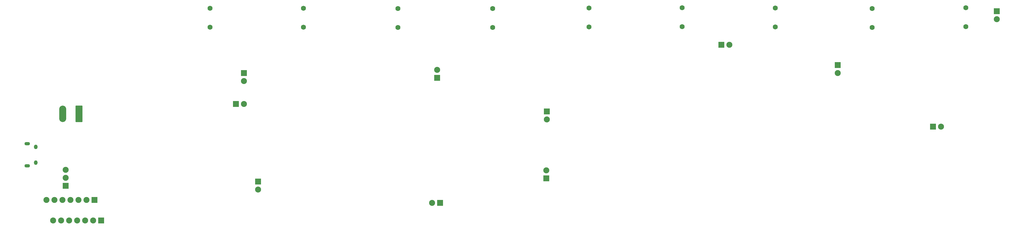
<source format=gbs>
G04 #@! TF.GenerationSoftware,KiCad,Pcbnew,(6.0.10)*
G04 #@! TF.CreationDate,2024-12-22T14:36:51+01:00*
G04 #@! TF.ProjectId,3_12_2024_MainBoardMCUwInstruments,335f3132-5f32-4303-9234-5f4d61696e42,rev?*
G04 #@! TF.SameCoordinates,Original*
G04 #@! TF.FileFunction,Soldermask,Bot*
G04 #@! TF.FilePolarity,Negative*
%FSLAX46Y46*%
G04 Gerber Fmt 4.6, Leading zero omitted, Abs format (unit mm)*
G04 Created by KiCad (PCBNEW (6.0.10)) date 2024-12-22 14:36:51*
%MOMM*%
%LPD*%
G01*
G04 APERTURE LIST*
G04 Aperture macros list*
%AMRoundRect*
0 Rectangle with rounded corners*
0 $1 Rounding radius*
0 $2 $3 $4 $5 $6 $7 $8 $9 X,Y pos of 4 corners*
0 Add a 4 corners polygon primitive as box body*
4,1,4,$2,$3,$4,$5,$6,$7,$8,$9,$2,$3,0*
0 Add four circle primitives for the rounded corners*
1,1,$1+$1,$2,$3*
1,1,$1+$1,$4,$5*
1,1,$1+$1,$6,$7*
1,1,$1+$1,$8,$9*
0 Add four rect primitives between the rounded corners*
20,1,$1+$1,$2,$3,$4,$5,0*
20,1,$1+$1,$4,$5,$6,$7,0*
20,1,$1+$1,$6,$7,$8,$9,0*
20,1,$1+$1,$8,$9,$2,$3,0*%
G04 Aperture macros list end*
%ADD10C,1.600000*%
%ADD11RoundRect,0.100000X0.850000X0.850000X-0.850000X0.850000X-0.850000X-0.850000X0.850000X-0.850000X0*%
%ADD12O,1.900000X1.900000*%
%ADD13RoundRect,0.100000X-0.850000X-0.850000X0.850000X-0.850000X0.850000X0.850000X-0.850000X0.850000X0*%
%ADD14RoundRect,0.100000X-0.850000X0.850000X-0.850000X-0.850000X0.850000X-0.850000X0.850000X0.850000X0*%
%ADD15RoundRect,0.100000X0.850000X-0.850000X0.850000X0.850000X-0.850000X0.850000X-0.850000X-0.850000X0*%
%ADD16O,1.750000X1.090000*%
%ADD17O,1.150000X1.450000*%
%ADD18RoundRect,0.100000X-1.010000X-2.510000X1.010000X-2.510000X1.010000X2.510000X-1.010000X2.510000X0*%
%ADD19O,2.220000X5.220000*%
G04 APERTURE END LIST*
D10*
X106700000Y-133800000D03*
X106700000Y-139800000D03*
X196400000Y-139900000D03*
X196400000Y-133900000D03*
X316750000Y-139850000D03*
X316750000Y-133850000D03*
X166350000Y-139850000D03*
X166350000Y-133850000D03*
X226950000Y-139700000D03*
X226950000Y-133700000D03*
X256450000Y-139650000D03*
X256450000Y-133650000D03*
X286000000Y-139700000D03*
X286000000Y-133700000D03*
X136300000Y-139800000D03*
X136300000Y-133800000D03*
X346500000Y-139650000D03*
X346500000Y-133650000D03*
D11*
X213350000Y-187800000D03*
D12*
X213350000Y-185260000D03*
D13*
X117450000Y-154365000D03*
D12*
X117450000Y-156905000D03*
D14*
X72170000Y-201200000D03*
D12*
X69630000Y-201200000D03*
X67090000Y-201200000D03*
X64550000Y-201200000D03*
X62010000Y-201200000D03*
X59470000Y-201200000D03*
X56930000Y-201200000D03*
D11*
X178750000Y-155900000D03*
D12*
X178750000Y-153360000D03*
D15*
X268900000Y-145397500D03*
D12*
X271440000Y-145397500D03*
D14*
X70050000Y-194665104D03*
D12*
X67510000Y-194665104D03*
X64970000Y-194665104D03*
X62430000Y-194665104D03*
X59890000Y-194665104D03*
X57350000Y-194665104D03*
X54810000Y-194665104D03*
D13*
X305875000Y-151775000D03*
D12*
X305875000Y-154315000D03*
D16*
X48685000Y-176800000D03*
D17*
X51385000Y-177800000D03*
D16*
X48685000Y-183800000D03*
D17*
X51385000Y-182800000D03*
D15*
X336079000Y-171334000D03*
D12*
X338619000Y-171334000D03*
D18*
X65160000Y-167275000D03*
D19*
X59980000Y-167275000D03*
D13*
X121960000Y-188775000D03*
D12*
X121960000Y-191315000D03*
D13*
X213538000Y-166552000D03*
D12*
X213538000Y-169092000D03*
D14*
X179669608Y-195592370D03*
D12*
X177129608Y-195592370D03*
D11*
X60930000Y-190165000D03*
D12*
X60930000Y-187625000D03*
X60930000Y-185085000D03*
D13*
X356290000Y-134680000D03*
D12*
X356290000Y-137220000D03*
D15*
X114900000Y-164150000D03*
D12*
X117440000Y-164150000D03*
M02*

</source>
